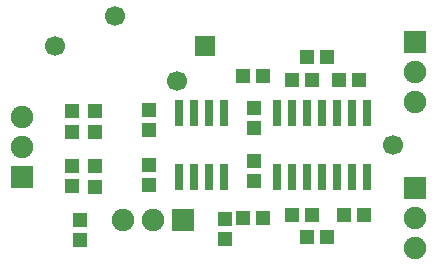
<source format=gbr>
G04 DipTrace 2.4.0.2*
%INTopMask.gbr*%
%MOIN*%
%ADD16R,0.0669X0.0669*%
%ADD17C,0.0669*%
%ADD31R,0.0316X0.0867*%
%ADD33R,0.0513X0.0474*%
%ADD35C,0.0749*%
%ADD36R,0.0749X0.0749*%
%ADD37R,0.0474X0.0513*%
%FSLAX44Y44*%
G04*
G70*
G90*
G75*
G01*
%LNTopMask*%
%LPD*%
D37*
X12087Y6308D3*
Y5638D3*
X7252Y5584D3*
Y6253D3*
X7752Y7378D3*
Y8048D3*
Y9879D3*
Y9209D3*
D36*
X5315Y7690D3*
D35*
Y8690D3*
Y9690D3*
D36*
X18440Y7315D3*
D35*
Y6315D3*
Y5315D3*
D36*
Y12190D3*
D35*
Y11190D3*
Y10190D3*
D36*
X10690Y6253D3*
D35*
X9690D3*
X8690D3*
D33*
X12690Y6315D3*
X13359D3*
X14315Y6440D3*
X14984D3*
X14815Y5690D3*
X15484D3*
X16065Y6440D3*
X16734D3*
X12690Y11065D3*
X13359D3*
X14315Y10940D3*
X14984D3*
X14815Y11690D3*
X15484D3*
X16565Y10940D3*
X15896D3*
D37*
X13065Y7565D3*
Y8234D3*
Y9315D3*
Y9984D3*
X7002Y8066D3*
Y7397D3*
X9565Y7440D3*
Y8109D3*
Y9940D3*
Y9271D3*
X7002Y9879D3*
Y9209D3*
D31*
X13815Y7690D3*
X14315D3*
X14815D3*
X15315D3*
X15815D3*
X16315D3*
X16815D3*
Y9816D3*
X16315D3*
X15815D3*
X15315D3*
X14815D3*
X14315D3*
X13815D3*
X10565Y7690D3*
X11065D3*
X11565D3*
X12065D3*
Y9816D3*
X11565D3*
X11065D3*
X10565D3*
D16*
X11440Y12065D3*
D17*
X8440Y13065D3*
X6440Y12065D3*
X17691Y8754D3*
X10502Y10879D3*
M02*

</source>
